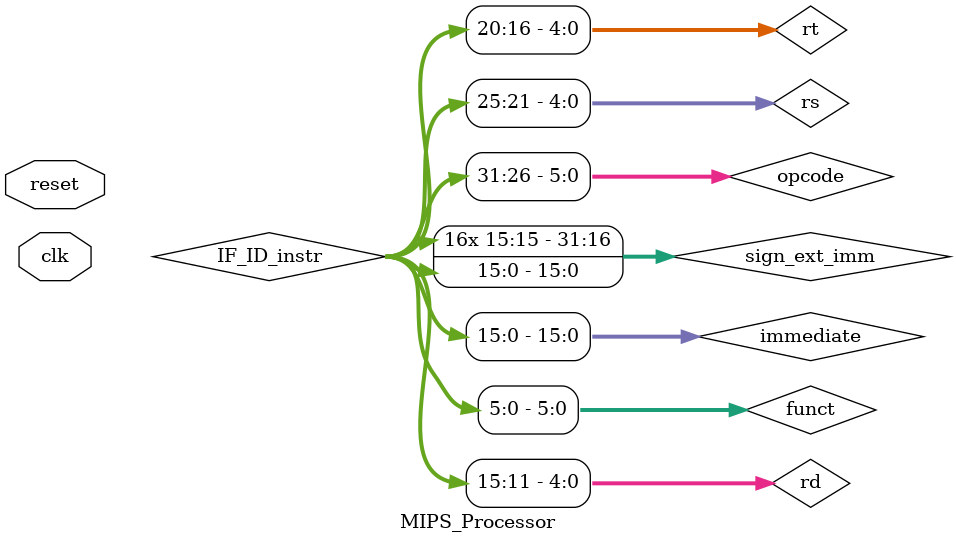
<source format=v>
module MIPS_Processor(
    input clk,
    input reset
);
    // Program Counter
    reg [31:0] PC;
    
    // IF Stage
    wire [31:0] IF_instruction;
    wire [31:0] IF_pc_plus4 = PC + 4;
    
    Instruction_Memory imem(
        .addr(PC),
        .instruction(IF_instruction)
    );
    
    // IF/ID Pipeline Register
    wire [31:0] IF_ID_instr, IF_ID_pc;
    IF_ID if_id_reg(
        .clk(clk),
        .reset(reset),
        .pc_in(IF_pc_plus4),
        .instr_in(IF_instruction),
        .pc_out(IF_ID_pc),
        .instr_out(IF_ID_instr)
    );
    
    // ID Stage: split instruction fields
    wire [5:0] opcode = IF_ID_instr[31:26];
    wire [4:0] rs     = IF_ID_instr[25:21];
    wire [4:0] rt     = IF_ID_instr[20:16];
    wire [4:0] rd     = IF_ID_instr[15:11];
    wire [5:0] funct  = IF_ID_instr[5:0];
    wire [15:0] immediate = IF_ID_instr[15:0];
    wire [31:0] sign_ext_imm = {{16{immediate[15]}}, immediate};
    
    // Control Unit
    wire RegDst, ALUSrc, MemToReg, RegWrite, MemRead, MemWrite, Branch, Jump;
    wire [1:0] ALUOp;
    Control_Unit ctrl(
        .opcode(opcode),
        .RegDst(RegDst),
        .ALUSrc(ALUSrc),
        .MemToReg(MemToReg),
        .RegWrite(RegWrite),
        .MemRead(MemRead),
        .MemWrite(MemWrite),
        .Branch(Branch),
        .Jump(Jump),
        .ALUOp(ALUOp)
    );
    
    // Register File (writes happen in WB stage; note the WB signals are defined later)
    wire [31:0] reg_read_data1, reg_read_data2;
    // WB stage outputs (declared later in MEM/WB)
    wire [4:0] MEM_WB_write_reg;
    wire MEM_WB_RegWrite;
    wire [31:0] MEM_WB_result;
    Register_File rf(
        .clk(clk),
        .RegWrite(MEM_WB_RegWrite),
        .read_reg1(rs),
        .read_reg2(rt),
        .write_reg(MEM_WB_write_reg),
        .write_data(MEM_WB_result),
        .read_data1(reg_read_data1),
        .read_data2(reg_read_data2)
    );
    
    // ID/EX Pipeline Register
    wire ID_EX_RegDst, ID_EX_ALUSrc, ID_EX_MemToReg, ID_EX_RegWrite;
    wire ID_EX_MemRead, ID_EX_MemWrite, ID_EX_Branch;
    wire [1:0] ID_EX_ALUOp;
    wire [31:0] ID_EX_pc, ID_EX_read_data1, ID_EX_read_data2, ID_EX_sign_ext_imm;
    wire [4:0] ID_EX_rs, ID_EX_rt, ID_EX_rd;
    wire [5:0] ID_EX_funct;
    ID_EX id_ex_reg(
        .clk(clk),
        .reset(reset),
        .RegDst(RegDst),
        .ALUSrc(ALUSrc),
        .MemToReg(MemToReg),
        .RegWrite(RegWrite),
        .MemRead(MemRead),
        .MemWrite(MemWrite),
        .Branch(Branch),
        .ALUOp(ALUOp),
        .pc_in(IF_ID_pc),
        .read_data1(reg_read_data1),
        .read_data2(reg_read_data2),
        .sign_ext_imm(sign_ext_imm),
        .rs(rs),
        .rt(rt),
        .rd(rd),
        .funct(funct),
        .RegDst_out(ID_EX_RegDst),
        .ALUSrc_out(ID_EX_ALUSrc),
        .MemToReg_out(ID_EX_MemToReg),
        .RegWrite_out(ID_EX_RegWrite),
        .MemRead_out(ID_EX_MemRead),
        .MemWrite_out(ID_EX_MemWrite),
        .Branch_out(ID_EX_Branch),
        .ALUOp_out(ID_EX_ALUOp),
        .pc_out(ID_EX_pc),
        .read_data1_out(ID_EX_read_data1),
        .read_data2_out(ID_EX_read_data2),
        .sign_ext_imm_out(ID_EX_sign_ext_imm),
        .rs_out(ID_EX_rs),
        .rt_out(ID_EX_rt),
        .rd_out(ID_EX_rd),
        .funct_out(ID_EX_funct)
    );
    
    // EX Stage:
    // Select second ALU operand based on ALUSrc.
    wire [31:0] alu_operand2 = ID_EX_ALUSrc ? ID_EX_sign_ext_imm : ID_EX_read_data2;
    
    // ALU Control
    wire [3:0] ALUControl;
    ALU_Control alu_ctrl(
        .ALUOp(ID_EX_ALUOp),
        .funct(ID_EX_funct),
        .ALUControl(ALUControl)
    );
    
    // ALU computes result (for simplicity no forwarding multiplexers are inserted here)
    wire [31:0] alu_result;
    wire alu_zero;
    ALU alu(
        .A(ID_EX_read_data1),
        .B(alu_operand2),
        .ALUControl(ALUControl),
        .Result(alu_result),
        .Zero(alu_zero)
    );
    
    // Determine destination register in EX stage
    wire [4:0] ex_write_reg = ID_EX_RegDst ? ID_EX_rd : ID_EX_rt;
    
    // Compute branch target address
    wire [31:0] branch_target = ID_EX_pc + (ID_EX_sign_ext_imm << 2);
    
    // EX/MEM Pipeline Register
    wire EX_MEM_MemToReg, EX_MEM_RegWrite, EX_MEM_MemRead, EX_MEM_MemWrite, EX_MEM_Branch;
    wire [31:0] EX_MEM_branch_target, EX_MEM_alu_result, EX_MEM_read_data2;
    wire [4:0] EX_MEM_write_reg;
    EX_MEM ex_mem_reg(
        .clk(clk),
        .reset(reset),
        .MemToReg(ID_EX_MemToReg),
        .RegWrite(ID_EX_RegWrite),
        .MemRead(ID_EX_MemRead),
        .MemWrite(ID_EX_MemWrite),
        .Branch(ID_EX_Branch),
        .branch_target(branch_target),
        .Zero(alu_zero),
        .alu_result(alu_result),
        .read_data2(ID_EX_read_data2),
        .write_reg(ex_write_reg),
        .MemToReg_out(EX_MEM_MemToReg),
        .RegWrite_out(EX_MEM_RegWrite),
        .MemRead_out(EX_MEM_MemRead),
        .MemWrite_out(EX_MEM_MemWrite),
        .Branch_out(EX_MEM_Branch),
        .branch_target_out(EX_MEM_branch_target),
        .Zero_out(), // not used further
        .alu_result_out(EX_MEM_alu_result),
        .read_data2_out(EX_MEM_read_data2),
        .write_reg_out(EX_MEM_write_reg)
    );
    
    // MEM Stage: Data Memory access
    wire [31:0] dmem_read_data;
    Data_Memory dmem(
        .clk(clk),
        .MemWrite(EX_MEM_MemWrite),
        .MemRead(EX_MEM_MemRead),
        .addr(EX_MEM_alu_result),
        .write_data(EX_MEM_read_data2),
        .read_data(dmem_read_data)
    );
    
    // MEM/WB Pipeline Register
    wire MEM_WB_MemToReg;
    wire [31:0] MEM_WB_read_data, MEM_WB_alu_result;
    
    MEM_WB mem_wb_reg(
        .clk(clk),
        .reset(reset),
        .MemToReg(EX_MEM_MemToReg),
        .RegWrite(EX_MEM_RegWrite),
        .read_data(dmem_read_data),
        .alu_result(EX_MEM_alu_result),
        .write_reg(EX_MEM_write_reg),
        .MemToReg_out(MEM_WB_MemToReg),
        .RegWrite_out(MEM_WB_RegWrite), // Uses the earlier declaration.
        .read_data_out(MEM_WB_read_data),
        .alu_result_out(MEM_WB_alu_result),
        .write_reg_out(MEM_WB_write_reg)
    );
    
    // WB Stage: Choose between memory data and ALU result
    assign MEM_WB_result = MEM_WB_MemToReg ? MEM_WB_read_data : MEM_WB_alu_result;
    
    // PC update logic (simplified: if branch taken or jump then update PC, else pc+4)
    always @(posedge clk) begin
        if(reset)
            PC <= 32'd0;
        else begin
            if(EX_MEM_Branch && alu_zero)
                PC <= EX_MEM_branch_target;
            else if(Jump)
                PC <= {IF_ID_pc[31:28], IF_ID_instr[25:0], 2'b00};
            else
                PC <= IF_pc_plus4;
        end
    end
endmodule
</source>
